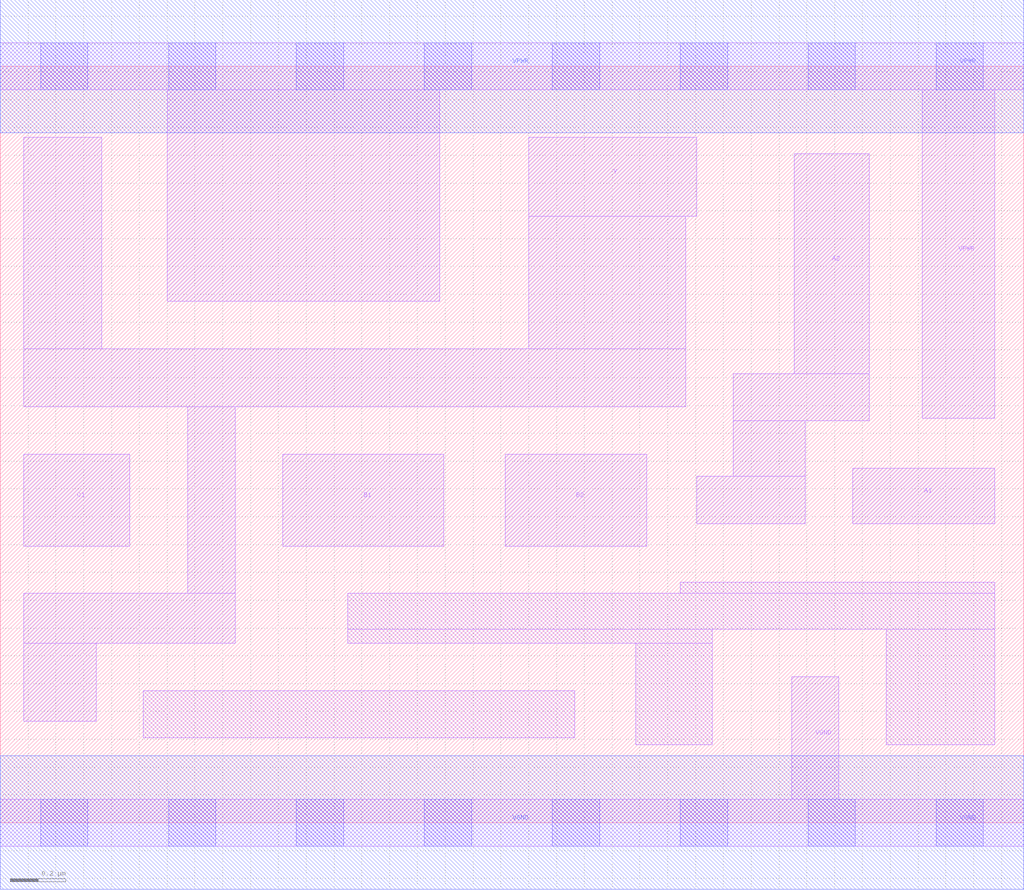
<source format=lef>
# Copyright 2020 The SkyWater PDK Authors
#
# Licensed under the Apache License, Version 2.0 (the "License");
# you may not use this file except in compliance with the License.
# You may obtain a copy of the License at
#
#     https://www.apache.org/licenses/LICENSE-2.0
#
# Unless required by applicable law or agreed to in writing, software
# distributed under the License is distributed on an "AS IS" BASIS,
# WITHOUT WARRANTIES OR CONDITIONS OF ANY KIND, either express or implied.
# See the License for the specific language governing permissions and
# limitations under the License.
#
# SPDX-License-Identifier: Apache-2.0

VERSION 5.7 ;
  NAMESCASESENSITIVE ON ;
  NOWIREEXTENSIONATPIN ON ;
  DIVIDERCHAR "/" ;
  BUSBITCHARS "[]" ;
UNITS
  DATABASE MICRONS 200 ;
END UNITS
PROPERTYDEFINITIONS
  MACRO maskLayoutSubType STRING ;
  MACRO prCellType STRING ;
  MACRO originalViewName STRING ;
END PROPERTYDEFINITIONS
MACRO sky130_fd_sc_hdll__o221ai_1
  CLASS CORE ;
  FOREIGN sky130_fd_sc_hdll__o221ai_1 ;
  ORIGIN  0.000000  0.000000 ;
  SIZE  3.680000 BY  2.720000 ;
  SYMMETRY X Y R90 ;
  SITE unithd ;
  PIN A1
    ANTENNAGATEAREA  0.277500 ;
    DIRECTION INPUT ;
    USE SIGNAL ;
    PORT
      LAYER li1 ;
        RECT 3.065000 1.075000 3.575000 1.275000 ;
    END
  END A1
  PIN A2
    ANTENNAGATEAREA  0.277500 ;
    DIRECTION INPUT ;
    USE SIGNAL ;
    PORT
      LAYER li1 ;
        RECT 2.505000 1.075000 2.895000 1.245000 ;
        RECT 2.635000 1.245000 2.895000 1.445000 ;
        RECT 2.635000 1.445000 3.125000 1.615000 ;
        RECT 2.855000 1.615000 3.125000 2.405000 ;
    END
  END A2
  PIN B1
    ANTENNAGATEAREA  0.277500 ;
    DIRECTION INPUT ;
    USE SIGNAL ;
    PORT
      LAYER li1 ;
        RECT 1.015000 0.995000 1.595000 1.325000 ;
    END
  END B1
  PIN B2
    ANTENNAGATEAREA  0.277500 ;
    DIRECTION INPUT ;
    USE SIGNAL ;
    PORT
      LAYER li1 ;
        RECT 1.815000 0.995000 2.325000 1.325000 ;
    END
  END B2
  PIN C1
    ANTENNAGATEAREA  0.277500 ;
    DIRECTION INPUT ;
    USE SIGNAL ;
    PORT
      LAYER li1 ;
        RECT 0.085000 0.995000 0.465000 1.325000 ;
    END
  END C1
  PIN Y
    ANTENNADIFFAREA  0.974500 ;
    DIRECTION OUTPUT ;
    USE SIGNAL ;
    PORT
      LAYER li1 ;
        RECT 0.085000 0.365000 0.345000 0.645000 ;
        RECT 0.085000 0.645000 0.845000 0.825000 ;
        RECT 0.085000 1.495000 2.465000 1.705000 ;
        RECT 0.085000 1.705000 0.365000 2.465000 ;
        RECT 0.675000 0.825000 0.845000 1.495000 ;
        RECT 1.900000 1.705000 2.465000 2.180000 ;
        RECT 1.900000 2.180000 2.505000 2.465000 ;
    END
  END Y
  PIN VGND
    DIRECTION INOUT ;
    USE GROUND ;
    PORT
      LAYER li1 ;
        RECT 0.000000 -0.085000 3.680000 0.085000 ;
        RECT 2.845000  0.085000 3.015000 0.525000 ;
      LAYER mcon ;
        RECT 0.145000 -0.085000 0.315000 0.085000 ;
        RECT 0.605000 -0.085000 0.775000 0.085000 ;
        RECT 1.065000 -0.085000 1.235000 0.085000 ;
        RECT 1.525000 -0.085000 1.695000 0.085000 ;
        RECT 1.985000 -0.085000 2.155000 0.085000 ;
        RECT 2.445000 -0.085000 2.615000 0.085000 ;
        RECT 2.905000 -0.085000 3.075000 0.085000 ;
        RECT 3.365000 -0.085000 3.535000 0.085000 ;
      LAYER met1 ;
        RECT 0.000000 -0.240000 3.680000 0.240000 ;
    END
  END VGND
  PIN VPWR
    DIRECTION INOUT ;
    USE POWER ;
    PORT
      LAYER li1 ;
        RECT 0.000000 2.635000 3.680000 2.805000 ;
        RECT 0.600000 1.875000 1.580000 2.635000 ;
        RECT 3.315000 1.455000 3.575000 2.635000 ;
      LAYER mcon ;
        RECT 0.145000 2.635000 0.315000 2.805000 ;
        RECT 0.605000 2.635000 0.775000 2.805000 ;
        RECT 1.065000 2.635000 1.235000 2.805000 ;
        RECT 1.525000 2.635000 1.695000 2.805000 ;
        RECT 1.985000 2.635000 2.155000 2.805000 ;
        RECT 2.445000 2.635000 2.615000 2.805000 ;
        RECT 2.905000 2.635000 3.075000 2.805000 ;
        RECT 3.365000 2.635000 3.535000 2.805000 ;
      LAYER met1 ;
        RECT 0.000000 2.480000 3.680000 2.960000 ;
    END
  END VPWR
  OBS
    LAYER li1 ;
      RECT 0.515000 0.305000 2.065000 0.475000 ;
      RECT 1.250000 0.645000 2.560000 0.695000 ;
      RECT 1.250000 0.695000 3.575000 0.825000 ;
      RECT 2.285000 0.280000 2.560000 0.645000 ;
      RECT 2.445000 0.825000 3.575000 0.865000 ;
      RECT 3.185000 0.280000 3.575000 0.695000 ;
  END
  PROPERTY maskLayoutSubType "abstract" ;
  PROPERTY prCellType "standard" ;
  PROPERTY originalViewName "layout" ;
END sky130_fd_sc_hdll__o221ai_1

</source>
